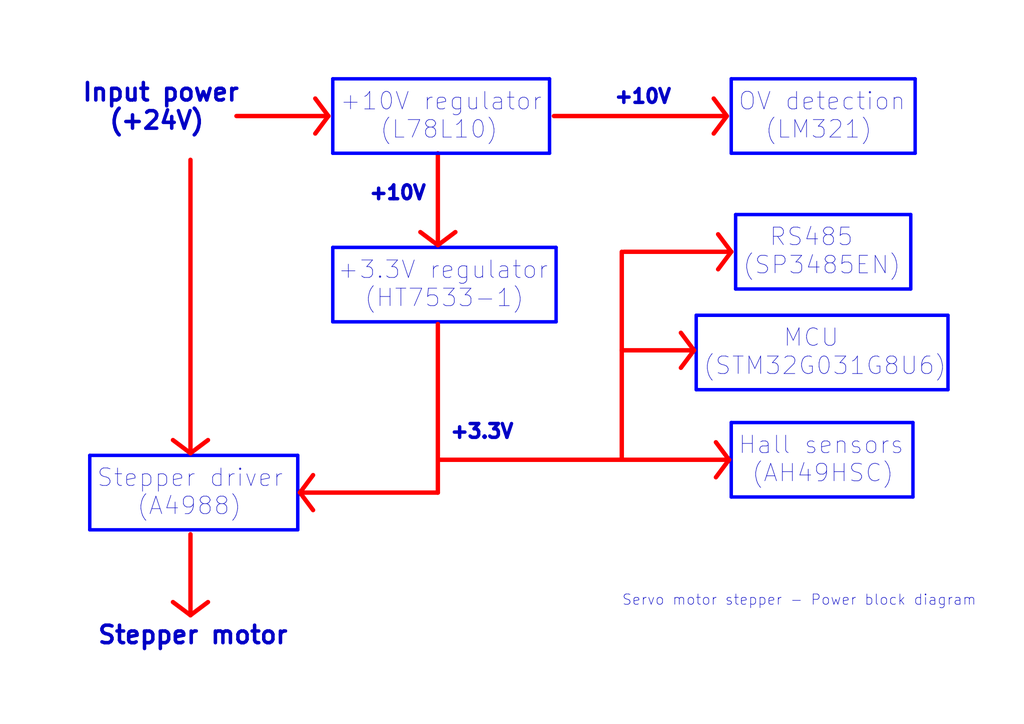
<source format=kicad_sch>
(kicad_sch (version 20230121) (generator eeschema)
  (paper "A4")
  (title_block (title "Servo motor stepper -  Power block diagram") (date "2023-06-26") (rev "V2I1"))
  (lib_symbols)
  (polyline (pts (xy 127 70.485) (xy 127 44.45)) (stroke (width 1.27) (type solid) (color 255 0 0 1)))
  (polyline (pts (xy 96.52 71.755) (xy 96.52 93.345)) (stroke (width 1) (type solid) (color 0 0 255 1)))
  (polyline (pts (xy 201.93 91.44) (xy 274.955 91.44)) (stroke (width 1) (type solid) (color 0 0 255 1)))
  (polyline (pts (xy 26.035 132.08) (xy 86.36 132.08)) (stroke (width 1) (type solid) (color 0 0 255 1)))
  (polyline (pts (xy 96.52 22.86) (xy 96.52 44.45)) (stroke (width 1) (type solid) (color 0 0 255 1)))
  (polyline (pts (xy 212.09 22.86) (xy 212.09 44.45)) (stroke (width 1) (type solid) (color 0 0 255 1)))
  (polyline (pts (xy 90.805 147.955) (xy 86.995 142.875)) (stroke (width 1.27) (type solid) (color 255 0 0 1)))
  (polyline (pts (xy 207.01 28.575) (xy 210.82 33.655)) (stroke (width 1.27) (type solid) (color 255 0 0 1)))
  (polyline (pts (xy 264.16 62.23) (xy 264.16 83.82)) (stroke (width 1) (type solid) (color 0 0 255 1)))
  (polyline (pts (xy 60.325 174.625) (xy 55.245 178.435)) (stroke (width 1.27) (type solid) (color 255 0 0 1)))
  (polyline (pts (xy 264.795 122.555) (xy 264.795 144.145)) (stroke (width 1) (type solid) (color 0 0 255 1)))
  (polyline (pts (xy 55.245 131.445) (xy 50.165 127.635)) (stroke (width 1.27) (type solid) (color 255 0 0 1)))
  (polyline (pts (xy 159.385 44.45) (xy 96.52 44.45)) (stroke (width 1) (type solid) (color 0 0 255 1)))
  (polyline (pts (xy 55.245 131.445) (xy 55.245 46.355)) (stroke (width 1.27) (type solid) (color 255 0 0 1)))
  (polyline (pts (xy 161.29 71.755) (xy 161.29 93.345)) (stroke (width 1) (type solid) (color 0 0 255 1)))
  (polyline (pts (xy 210.82 33.655) (xy 207.01 38.735)) (stroke (width 1.27) (type solid) (color 255 0 0 1)))
  (polyline (pts (xy 86.995 142.875) (xy 127 142.875)) (stroke (width 1.27) (type solid) (color 255 0 0 1)))
  (polyline (pts (xy 95.25 33.655) (xy 91.44 38.735)) (stroke (width 1.27) (type solid) (color 255 0 0 1)))
  (polyline (pts (xy 208.28 67.945) (xy 212.09 73.025)) (stroke (width 1.27) (type solid) (color 255 0 0 1)))
  (polyline (pts (xy 265.43 44.45) (xy 212.09 44.45)) (stroke (width 1) (type solid) (color 0 0 255 1)))
  (polyline (pts (xy 86.36 153.67) (xy 26.035 153.67)) (stroke (width 1) (type solid) (color 0 0 255 1)))
  (polyline (pts (xy 127 142.875) (xy 127 93.98)) (stroke (width 1.27) (type solid) (color 255 0 0 1)))
  (polyline (pts (xy 212.09 122.555) (xy 212.09 144.145)) (stroke (width 1) (type solid) (color 0 0 255 1)))
  (polyline (pts (xy 55.245 178.435) (xy 50.165 174.625)) (stroke (width 1.27) (type solid) (color 255 0 0 1)))
  (polyline (pts (xy 265.43 22.86) (xy 265.43 44.45)) (stroke (width 1) (type solid) (color 0 0 255 1)))
  (polyline (pts (xy 211.455 133.35) (xy 207.645 138.43)) (stroke (width 1.27) (type solid) (color 255 0 0 1)))
  (polyline (pts (xy 264.795 144.145) (xy 212.09 144.145)) (stroke (width 1) (type solid) (color 0 0 255 1)))
  (polyline (pts (xy 60.325 127.635) (xy 55.245 131.445)) (stroke (width 1.27) (type solid) (color 255 0 0 1)))
  (polyline (pts (xy 86.36 132.08) (xy 86.36 153.67)) (stroke (width 1) (type solid) (color 0 0 255 1)))
  (polyline (pts (xy 201.295 101.6) (xy 197.485 106.68)) (stroke (width 1.27) (type solid) (color 255 0 0 1)))
  (polyline (pts (xy 211.455 133.35) (xy 127.635 133.35)) (stroke (width 1.27) (type solid) (color 255 0 0 1)))
  (polyline (pts (xy 94.615 33.655) (xy 68.58 33.655)) (stroke (width 1.27) (type solid) (color 255 0 0 1)))
  (polyline (pts (xy 96.52 22.86) (xy 159.385 22.86)) (stroke (width 1) (type solid) (color 0 0 255 1)))
  (polyline (pts (xy 161.29 93.345) (xy 96.52 93.345)) (stroke (width 1) (type solid) (color 0 0 255 1)))
  (polyline (pts (xy 212.09 73.025) (xy 208.28 78.105)) (stroke (width 1.27) (type solid) (color 255 0 0 1)))
  (polyline (pts (xy 212.09 73.025) (xy 180.975 73.025)) (stroke (width 1.27) (type solid) (color 255 0 0 1)))
  (polyline (pts (xy 132.08 67.31) (xy 127 71.12)) (stroke (width 1.27) (type solid) (color 255 0 0 1)))
  (polyline (pts (xy 213.36 62.23) (xy 213.36 83.82)) (stroke (width 1) (type solid) (color 0 0 255 1)))
  (polyline (pts (xy 207.645 128.27) (xy 211.455 133.35)) (stroke (width 1.27) (type solid) (color 255 0 0 1)))
  (polyline (pts (xy 86.995 142.875) (xy 90.805 137.795)) (stroke (width 1.27) (type solid) (color 255 0 0 1)))
  (polyline (pts (xy 212.09 22.86) (xy 265.43 22.86)) (stroke (width 1) (type solid) (color 0 0 255 1)))
  (polyline (pts (xy 96.52 71.755) (xy 161.29 71.755)) (stroke (width 1) (type solid) (color 0 0 255 1)))
  (polyline (pts (xy 159.385 22.86) (xy 159.385 44.45)) (stroke (width 1) (type solid) (color 0 0 255 1)))
  (polyline (pts (xy 212.09 122.555) (xy 264.795 122.555)) (stroke (width 1) (type solid) (color 0 0 255 1)))
  (polyline (pts (xy 180.34 132.715) (xy 180.34 73.025)) (stroke (width 1.27) (type solid) (color 255 0 0 1)))
  (polyline (pts (xy 201.93 91.44) (xy 201.93 113.03)) (stroke (width 1) (type solid) (color 0 0 255 1)))
  (polyline (pts (xy 91.44 28.575) (xy 95.25 33.655)) (stroke (width 1.27) (type solid) (color 255 0 0 1)))
  (polyline (pts (xy 55.245 178.435) (xy 55.245 154.94)) (stroke (width 1.27) (type solid) (color 255 0 0 1)))
  (polyline (pts (xy 127 71.12) (xy 121.92 67.31)) (stroke (width 1.27) (type solid) (color 255 0 0 1)))
  (polyline (pts (xy 213.36 62.23) (xy 264.16 62.23)) (stroke (width 1) (type solid) (color 0 0 255 1)))
  (polyline (pts (xy 274.955 113.03) (xy 201.93 113.03)) (stroke (width 1) (type solid) (color 0 0 255 1)))
  (polyline (pts (xy 201.295 101.6) (xy 180.34 101.6)) (stroke (width 1.27) (type solid) (color 255 0 0 1)))
  (polyline (pts (xy 26.035 132.08) (xy 26.035 153.67)) (stroke (width 1) (type solid) (color 0 0 255 1)))
  (polyline (pts (xy 264.16 83.82) (xy 213.36 83.82)) (stroke (width 1) (type solid) (color 0 0 255 1)))
  (polyline (pts (xy 274.955 91.44) (xy 274.955 113.03)) (stroke (width 1) (type solid) (color 0 0 255 1)))
  (polyline (pts (xy 197.485 96.52) (xy 201.295 101.6)) (stroke (width 1.27) (type solid) (color 255 0 0 1)))
  (polyline (pts (xy 209.55 33.655) (xy 160.655 33.655)) (stroke (width 1.27) (type solid) (color 255 0 0 1)))
  (text "+3.3V" (at 130.175 127.635 0) (effects (font (size 4 4) (thickness 1.016) bold) (justify left bottom)))
  (text "Stepper driver\n   (A4988)" (at 27.94 149.86 0) (effects (font (size 5.08 5.08)) (justify left bottom)))
  (text "+10V" (at 177.8 30.48 0) (effects (font (size 4 4) (thickness 1.016) bold) (justify left bottom)))
  (text "  RS485\n(SP3485EN)" (at 215.265 80.01 0) (effects (font (size 5.08 5.08)) (justify left bottom)))
  (text "Hall sensors\n (AH49HSC)" (at 213.995 140.335 0) (effects (font (size 5.08 5.08)) (justify left bottom)))
  (text "Servo motor stepper - Power block diagram" (at 180.34 175.895 0) (effects (font (size 3 3)) (justify left bottom)))
  (text "+3.3V regulator\n  (HT7533-1)" (at 97.79 89.535 0) (effects (font (size 5.08 5.08)) (justify left bottom)))
  (text "+10V regulator\n   (L78L10)" (at 98.425 40.64 0) (effects (font (size 5.08 5.08)) (justify left bottom)))
  (text "OV detection\n  (LM321)" (at 213.995 40.64 0) (effects (font (size 5.08 5.08)) (justify left bottom)))
  (text "Input power\n  (+24V)" (at 23.495 38.1 0) (effects (font (size 5.08 5.08) (thickness 1.016) bold) (justify left bottom)))
  (text "+10V" (at 106.68 58.42 0) (effects (font (size 4 4) (thickness 1.016) bold) (justify left bottom)))
  (text "Stepper motor" (at 27.94 187.325 0) (effects (font (size 5.08 5.08) (thickness 1.016) bold) (justify left bottom)))
  (text "      MCU\n(STM32G031G8U6)" (at 203.835 109.22 0) (effects (font (size 5.08 5.08)) (justify left bottom)))
)
</source>
